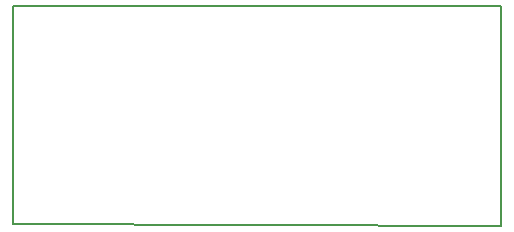
<source format=gbr>
G04 DipTrace 2.4.0.2*
%INBoardOutline.gbr*%
%MOIN*%
%ADD11C,0.006*%
%FSLAX44Y44*%
G04*
G70*
G90*
G75*
G01*
%LNBoardOutline*%
%LPD*%
X3940Y11253D2*
D11*
X20192D1*
Y3940D1*
X3940Y4003D1*
Y11253D1*
M02*

</source>
